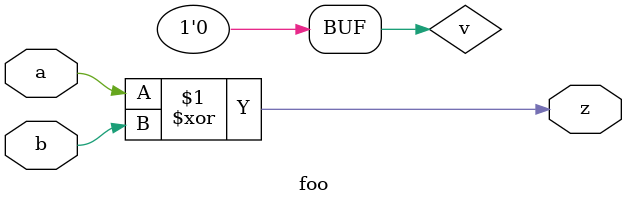
<source format=v>
module top;
   wire w1,w2;
   reg p,q;

   foo f1 (.z(w1),.b(p),.a(q));
   foo f2 (.z(w2),.b(p),.a(q));

   initial $monitor("w1=%b  w2=%b  p=%b  q=%b  f1.v=%b  f2.v=%b",w1,w2,p,q,top.f1.v,top.f2.v);

   initial $stop(7);

   initial
     begin   
	#1 p = 1'b0; q = 1'b0;
	#1 p = 1'b0; q = 1'b1;
	#1 p = 1'b1; q = 1'b0;
	#1 p = 1'b1; q = 1'b1;
	$display("changeing f1.v");
	top.f1.v = 1'b1;
	#1 p = 1'b0; q = 1'b0;
	#1 p = 1'b0; q = 1'b1;
	#1 p = 1'b1; q = 1'b0;
	#1 p = 1'b1; q = 1'b1;
	#1;
     end   
endmodule

module foo(z,a,b);
output z;
input a;
input b;
reg v;

  initial v = 0;

  assign z = a ^ b ^ v;

endmodule

</source>
